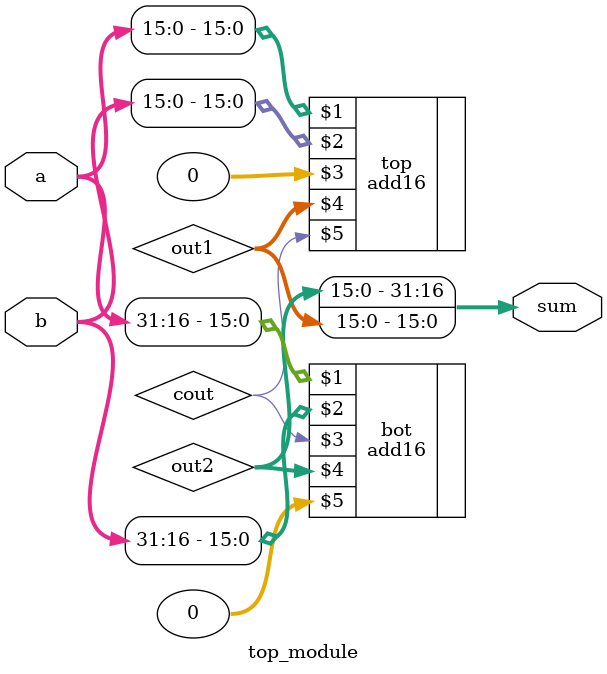
<source format=v>
module top_module(
    input [31:0] a,
    input [31:0] b,
    output [31:0] sum
);
    wire [15:0] out1;
    wire [15:0] out2;
    wire cout;
    add16 top ( a[15:0], b[15:0], 0, out1, cout );
    add16 bot ( a[31:16], b[31:16], cout, out2, 0 );
    assign sum = { out2, out1 };

endmodule
</source>
